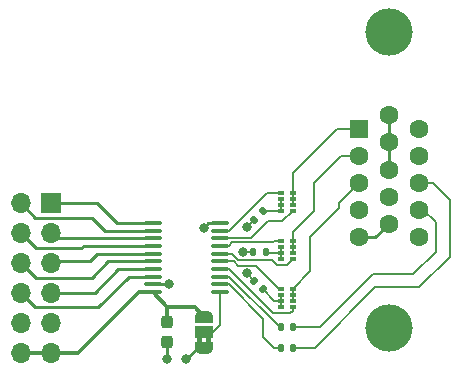
<source format=gbr>
%TF.GenerationSoftware,KiCad,Pcbnew,7.0.8*%
%TF.CreationDate,2023-10-08T11:25:24+02:00*%
%TF.ProjectId,tiny-vga,74696e79-2d76-4676-912e-6b696361645f,v1.0*%
%TF.SameCoordinates,Original*%
%TF.FileFunction,Copper,L1,Top*%
%TF.FilePolarity,Positive*%
%FSLAX46Y46*%
G04 Gerber Fmt 4.6, Leading zero omitted, Abs format (unit mm)*
G04 Created by KiCad (PCBNEW 7.0.8) date 2023-10-08 11:25:24*
%MOMM*%
%LPD*%
G01*
G04 APERTURE LIST*
G04 Aperture macros list*
%AMRoundRect*
0 Rectangle with rounded corners*
0 $1 Rounding radius*
0 $2 $3 $4 $5 $6 $7 $8 $9 X,Y pos of 4 corners*
0 Add a 4 corners polygon primitive as box body*
4,1,4,$2,$3,$4,$5,$6,$7,$8,$9,$2,$3,0*
0 Add four circle primitives for the rounded corners*
1,1,$1+$1,$2,$3*
1,1,$1+$1,$4,$5*
1,1,$1+$1,$6,$7*
1,1,$1+$1,$8,$9*
0 Add four rect primitives between the rounded corners*
20,1,$1+$1,$2,$3,$4,$5,0*
20,1,$1+$1,$4,$5,$6,$7,0*
20,1,$1+$1,$6,$7,$8,$9,0*
20,1,$1+$1,$8,$9,$2,$3,0*%
%AMFreePoly0*
4,1,19,0.550000,-0.750000,0.000000,-0.750000,0.000000,-0.744911,-0.071157,-0.744911,-0.207708,-0.704816,-0.327430,-0.627875,-0.420627,-0.520320,-0.479746,-0.390866,-0.500000,-0.250000,-0.500000,0.250000,-0.479746,0.390866,-0.420627,0.520320,-0.327430,0.627875,-0.207708,0.704816,-0.071157,0.744911,0.000000,0.744911,0.000000,0.750000,0.550000,0.750000,0.550000,-0.750000,0.550000,-0.750000,
$1*%
%AMFreePoly1*
4,1,19,0.000000,0.744911,0.071157,0.744911,0.207708,0.704816,0.327430,0.627875,0.420627,0.520320,0.479746,0.390866,0.500000,0.250000,0.500000,-0.250000,0.479746,-0.390866,0.420627,-0.520320,0.327430,-0.627875,0.207708,-0.704816,0.071157,-0.744911,0.000000,-0.744911,0.000000,-0.750000,-0.550000,-0.750000,-0.550000,0.750000,0.000000,0.750000,0.000000,0.744911,0.000000,0.744911,
$1*%
G04 Aperture macros list end*
%TA.AperFunction,SMDPad,CuDef*%
%ADD10RoundRect,0.135000X-0.035355X0.226274X-0.226274X0.035355X0.035355X-0.226274X0.226274X-0.035355X0*%
%TD*%
%TA.AperFunction,SMDPad,CuDef*%
%ADD11R,0.500000X0.400000*%
%TD*%
%TA.AperFunction,SMDPad,CuDef*%
%ADD12R,0.500000X0.300000*%
%TD*%
%TA.AperFunction,SMDPad,CuDef*%
%ADD13FreePoly0,90.000000*%
%TD*%
%TA.AperFunction,SMDPad,CuDef*%
%ADD14R,1.500000X1.000000*%
%TD*%
%TA.AperFunction,SMDPad,CuDef*%
%ADD15FreePoly1,90.000000*%
%TD*%
%TA.AperFunction,ComponentPad*%
%ADD16R,1.700000X1.700000*%
%TD*%
%TA.AperFunction,ComponentPad*%
%ADD17O,1.700000X1.700000*%
%TD*%
%TA.AperFunction,SMDPad,CuDef*%
%ADD18RoundRect,0.135000X0.135000X0.185000X-0.135000X0.185000X-0.135000X-0.185000X0.135000X-0.185000X0*%
%TD*%
%TA.AperFunction,ComponentPad*%
%ADD19C,4.000000*%
%TD*%
%TA.AperFunction,ComponentPad*%
%ADD20R,1.600000X1.600000*%
%TD*%
%TA.AperFunction,ComponentPad*%
%ADD21C,1.600000*%
%TD*%
%TA.AperFunction,SMDPad,CuDef*%
%ADD22RoundRect,0.135000X-0.135000X-0.185000X0.135000X-0.185000X0.135000X0.185000X-0.135000X0.185000X0*%
%TD*%
%TA.AperFunction,SMDPad,CuDef*%
%ADD23RoundRect,0.135000X0.226274X0.035355X0.035355X0.226274X-0.226274X-0.035355X-0.035355X-0.226274X0*%
%TD*%
%TA.AperFunction,SMDPad,CuDef*%
%ADD24RoundRect,0.100000X0.637500X0.100000X-0.637500X0.100000X-0.637500X-0.100000X0.637500X-0.100000X0*%
%TD*%
%TA.AperFunction,SMDPad,CuDef*%
%ADD25RoundRect,0.237500X-0.237500X0.300000X-0.237500X-0.300000X0.237500X-0.300000X0.237500X0.300000X0*%
%TD*%
%TA.AperFunction,ViaPad*%
%ADD26C,0.800000*%
%TD*%
%TA.AperFunction,Conductor*%
%ADD27C,0.150000*%
%TD*%
%TA.AperFunction,Conductor*%
%ADD28C,0.250000*%
%TD*%
%TA.AperFunction,Conductor*%
%ADD29C,0.350000*%
%TD*%
G04 APERTURE END LIST*
%TA.AperFunction,EtchedComponent*%
%TO.C,JP1*%
G36*
X145300000Y-91300000D02*
G01*
X144900000Y-91300000D01*
X144900000Y-90800000D01*
X145300000Y-90800000D01*
X145300000Y-91300000D01*
G37*
%TD.AperFunction*%
%TA.AperFunction,EtchedComponent*%
G36*
X146100000Y-91300000D02*
G01*
X145700000Y-91300000D01*
X145700000Y-90800000D01*
X146100000Y-90800000D01*
X146100000Y-91300000D01*
G37*
%TD.AperFunction*%
%TD*%
D10*
%TO.P,R1,1*%
%TO.N,Net-(RN1A-R1.2)*%
X150460624Y-80139376D03*
%TO.P,R1,2*%
%TO.N,GND*%
X149739376Y-80860624D03*
%TD*%
D11*
%TO.P,RN3,1,R1.1*%
%TO.N,B0*%
X153000000Y-88250000D03*
D12*
%TO.P,RN3,2,R2.1*%
%TO.N,AnalogB*%
X153000000Y-87750000D03*
%TO.P,RN3,3,R3.1*%
X153000000Y-87250000D03*
D11*
%TO.P,RN3,4,R4.1*%
X153000000Y-86750000D03*
%TO.P,RN3,5,R4.2*%
%TO.N,B1*%
X152000000Y-86750000D03*
D12*
%TO.P,RN3,6,R3.2*%
%TO.N,Net-(RN3A-R1.2)*%
X152000000Y-87250000D03*
%TO.P,RN3,7,R2.2*%
X152000000Y-87750000D03*
D11*
%TO.P,RN3,8,R1.2*%
X152000000Y-88250000D03*
%TD*%
D13*
%TO.P,JP1,1,A*%
%TO.N,GND*%
X145500000Y-91700000D03*
D14*
%TO.P,JP1,2,C*%
%TO.N,Net-(JP1-C)*%
X145500000Y-90400000D03*
D15*
%TO.P,JP1,3,B*%
%TO.N,+3.3V*%
X145500000Y-89100000D03*
%TD*%
D16*
%TO.P,J1,1,Pin_1*%
%TO.N,PMOD1*%
X132540000Y-79460000D03*
D17*
%TO.P,J1,2,Pin_2*%
%TO.N,PMOD2*%
X132540000Y-82000000D03*
%TO.P,J1,3,Pin_3*%
%TO.N,PMOD3*%
X132540000Y-84540000D03*
%TO.P,J1,4,Pin_4*%
%TO.N,PMOD4*%
X132540000Y-87080000D03*
%TO.P,J1,5,Pin_5*%
%TO.N,GND*%
X132540000Y-89620000D03*
%TO.P,J1,6,Pin_6*%
%TO.N,+3.3V*%
X132540000Y-92160000D03*
%TO.P,J1,7,Pin_7*%
%TO.N,PMOD5*%
X130000000Y-79460000D03*
%TO.P,J1,8,Pin_8*%
%TO.N,PMOD6*%
X130000000Y-82000000D03*
%TO.P,J1,9,Pin_9*%
%TO.N,PMOD7*%
X130000000Y-84540000D03*
%TO.P,J1,10,Pin_10*%
%TO.N,PMOD8*%
X130000000Y-87080000D03*
%TO.P,J1,11,Pin_11*%
%TO.N,GND*%
X130000000Y-89620000D03*
%TO.P,J1,12,Pin_12*%
%TO.N,+3.3V*%
X130000000Y-92160000D03*
%TD*%
D18*
%TO.P,R2,1*%
%TO.N,Net-(RN2A-R1.2)*%
X150700000Y-83600000D03*
%TO.P,R2,2*%
%TO.N,GND*%
X149680000Y-83600000D03*
%TD*%
D19*
%TO.P,J2,0*%
%TO.N,GND*%
X161120000Y-90015000D03*
X161120000Y-65015000D03*
D20*
%TO.P,J2,1*%
%TO.N,AnalogR*%
X158580000Y-73190000D03*
D21*
%TO.P,J2,2*%
%TO.N,AnalogG*%
X158580000Y-75480000D03*
%TO.P,J2,3*%
%TO.N,AnalogB*%
X158580000Y-77770000D03*
%TO.P,J2,4*%
%TO.N,unconnected-(J2-Pad4)*%
X158580000Y-80060000D03*
%TO.P,J2,5*%
%TO.N,GND*%
X158580000Y-82350000D03*
%TO.P,J2,6*%
X161120000Y-72045000D03*
%TO.P,J2,7*%
X161120000Y-74335000D03*
%TO.P,J2,8*%
X161120000Y-76625000D03*
%TO.P,J2,9*%
%TO.N,unconnected-(J2-Pad9)*%
X161120000Y-78915000D03*
%TO.P,J2,10*%
%TO.N,GND*%
X161120000Y-81205000D03*
%TO.P,J2,11*%
%TO.N,unconnected-(J2-Pad11)*%
X163660000Y-73190000D03*
%TO.P,J2,12*%
%TO.N,unconnected-(J2-Pad12)*%
X163660000Y-75480000D03*
%TO.P,J2,13*%
%TO.N,Net-(J2-Pad13)*%
X163660000Y-77770000D03*
%TO.P,J2,14*%
%TO.N,Net-(J2-Pad14)*%
X163660000Y-80060000D03*
%TO.P,J2,15*%
%TO.N,unconnected-(J2-Pad15)*%
X163660000Y-82350000D03*
%TD*%
D22*
%TO.P,R4,1*%
%TO.N,Hsync*%
X151990000Y-91700000D03*
%TO.P,R4,2*%
%TO.N,Net-(J2-Pad13)*%
X153010000Y-91700000D03*
%TD*%
%TO.P,R5,1*%
%TO.N,Vsync*%
X151990000Y-90000000D03*
%TO.P,R5,2*%
%TO.N,Net-(J2-Pad14)*%
X153010000Y-90000000D03*
%TD*%
D11*
%TO.P,RN1,1,R1.1*%
%TO.N,R0*%
X153000000Y-80100000D03*
D12*
%TO.P,RN1,2,R2.1*%
%TO.N,AnalogR*%
X153000000Y-79600000D03*
%TO.P,RN1,3,R3.1*%
X153000000Y-79100000D03*
D11*
%TO.P,RN1,4,R4.1*%
X153000000Y-78600000D03*
%TO.P,RN1,5,R4.2*%
%TO.N,R1*%
X152000000Y-78600000D03*
D12*
%TO.P,RN1,6,R3.2*%
%TO.N,Net-(RN1A-R1.2)*%
X152000000Y-79100000D03*
%TO.P,RN1,7,R2.2*%
X152000000Y-79600000D03*
D11*
%TO.P,RN1,8,R1.2*%
X152000000Y-80100000D03*
%TD*%
D23*
%TO.P,R3,1*%
%TO.N,Net-(RN3A-R1.2)*%
X150460624Y-86760624D03*
%TO.P,R3,2*%
%TO.N,GND*%
X149739376Y-86039376D03*
%TD*%
D11*
%TO.P,RN2,1,R1.1*%
%TO.N,G0*%
X153000000Y-84200000D03*
D12*
%TO.P,RN2,2,R2.1*%
%TO.N,AnalogG*%
X153000000Y-83700000D03*
%TO.P,RN2,3,R3.1*%
X153000000Y-83200000D03*
D11*
%TO.P,RN2,4,R4.1*%
X153000000Y-82700000D03*
%TO.P,RN2,5,R4.2*%
%TO.N,G1*%
X152000000Y-82700000D03*
D12*
%TO.P,RN2,6,R3.2*%
%TO.N,Net-(RN2A-R1.2)*%
X152000000Y-83200000D03*
%TO.P,RN2,7,R2.2*%
X152000000Y-83700000D03*
D11*
%TO.P,RN2,8,R1.2*%
X152000000Y-84200000D03*
%TD*%
D24*
%TO.P,U1,1,DIR*%
%TO.N,Net-(JP1-C)*%
X146862500Y-87000000D03*
%TO.P,U1,2,A1*%
%TO.N,Hsync*%
X146862500Y-86350000D03*
%TO.P,U1,3,A2*%
%TO.N,Vsync*%
X146862500Y-85700000D03*
%TO.P,U1,4,A3*%
%TO.N,B0*%
X146862500Y-85050000D03*
%TO.P,U1,5,A4*%
%TO.N,B1*%
X146862500Y-84400000D03*
%TO.P,U1,6,A5*%
%TO.N,G0*%
X146862500Y-83750000D03*
%TO.P,U1,7,A6*%
%TO.N,G1*%
X146862500Y-83100000D03*
%TO.P,U1,8,A7*%
%TO.N,R0*%
X146862500Y-82450000D03*
%TO.P,U1,9,A8*%
%TO.N,R1*%
X146862500Y-81800000D03*
%TO.P,U1,10,GND*%
%TO.N,GND*%
X146862500Y-81150000D03*
%TO.P,U1,11,B8*%
%TO.N,PMOD1*%
X141137500Y-81150000D03*
%TO.P,U1,12,B7*%
%TO.N,PMOD5*%
X141137500Y-81800000D03*
%TO.P,U1,13,B6*%
%TO.N,PMOD2*%
X141137500Y-82450000D03*
%TO.P,U1,14,B5*%
%TO.N,PMOD6*%
X141137500Y-83100000D03*
%TO.P,U1,15,B4*%
%TO.N,PMOD3*%
X141137500Y-83750000D03*
%TO.P,U1,16,B3*%
%TO.N,PMOD7*%
X141137500Y-84400000D03*
%TO.P,U1,17,B2*%
%TO.N,PMOD4*%
X141137500Y-85050000D03*
%TO.P,U1,18,B1*%
%TO.N,PMOD8*%
X141137500Y-85700000D03*
%TO.P,U1,19,~{OE}*%
%TO.N,GND*%
X141137500Y-86350000D03*
%TO.P,U1,20,Vcc*%
%TO.N,+3.3V*%
X141137500Y-87000000D03*
%TD*%
D25*
%TO.P,C1,1*%
%TO.N,+3.3V*%
X142400000Y-89537500D03*
%TO.P,C1,2*%
%TO.N,GND*%
X142400000Y-91262500D03*
%TD*%
D26*
%TO.N,GND*%
X142500000Y-86350000D03*
X144000000Y-92700000D03*
X149100000Y-81500000D03*
X142400000Y-92700000D03*
X148800000Y-83600000D03*
X149100000Y-85401500D03*
X145450000Y-81550000D03*
%TD*%
D27*
%TO.N,GND*%
X149100000Y-85401500D02*
X149101500Y-85401500D01*
X149101500Y-85401500D02*
X149739376Y-86039376D01*
X149739376Y-80860624D02*
X149100000Y-81500000D01*
X148800000Y-83600000D02*
X149680000Y-83600000D01*
D28*
X145450000Y-81550000D02*
X145850000Y-81150000D01*
X145850000Y-81150000D02*
X146862500Y-81150000D01*
X142500000Y-86350000D02*
X141137500Y-86350000D01*
X161120000Y-72045000D02*
X161120000Y-74335000D01*
X161120000Y-74335000D02*
X161120000Y-76625000D01*
X158580000Y-82350000D02*
X159975000Y-82350000D01*
X159975000Y-82350000D02*
X161120000Y-81205000D01*
X145000000Y-91700000D02*
X144000000Y-92700000D01*
X142400000Y-91262500D02*
X142400000Y-92700000D01*
X145500000Y-91700000D02*
X145000000Y-91700000D01*
D27*
%TO.N,R0*%
X146862500Y-82450000D02*
X149450000Y-82450000D01*
X149450000Y-82450000D02*
X150900000Y-81000000D01*
X150900000Y-81000000D02*
X152100000Y-81000000D01*
X152100000Y-81000000D02*
X153000000Y-80100000D01*
%TO.N,R1*%
X150800000Y-78600000D02*
X152000000Y-78600000D01*
X147600000Y-81800000D02*
X150800000Y-78600000D01*
X146862500Y-81800000D02*
X147600000Y-81800000D01*
D29*
%TO.N,+3.3V*%
X144700000Y-88300000D02*
X145500000Y-89100000D01*
X142400000Y-88262500D02*
X142437500Y-88300000D01*
X134840000Y-92160000D02*
X140000000Y-87000000D01*
X140000000Y-87000000D02*
X141137500Y-87000000D01*
X141137500Y-87000000D02*
X142400000Y-88262500D01*
X142437500Y-88300000D02*
X144700000Y-88300000D01*
X142400000Y-88262500D02*
X142400000Y-89537500D01*
X132540000Y-92160000D02*
X134840000Y-92160000D01*
X130000000Y-92160000D02*
X132540000Y-92160000D01*
D27*
%TO.N,Net-(JP1-C)*%
X146862500Y-89787500D02*
X146250000Y-90400000D01*
X146862500Y-87000000D02*
X146862500Y-89787500D01*
X146250000Y-90400000D02*
X145500000Y-90400000D01*
%TO.N,AnalogR*%
X153000000Y-78600000D02*
X153000000Y-76900000D01*
X156710000Y-73190000D02*
X158580000Y-73190000D01*
X153000000Y-76900000D02*
X156710000Y-73190000D01*
X153000000Y-79100000D02*
X153000000Y-78600000D01*
X153000000Y-79600000D02*
X153000000Y-79100000D01*
%TO.N,Hsync*%
X147600000Y-86350000D02*
X150500000Y-89250000D01*
X150500000Y-90800000D02*
X151400000Y-91700000D01*
X146862500Y-86350000D02*
X147600000Y-86350000D01*
X150500000Y-89250000D02*
X150500000Y-90800000D01*
X151400000Y-91700000D02*
X151990000Y-91700000D01*
%TO.N,G0*%
X152525000Y-84675000D02*
X153000000Y-84200000D01*
X146862500Y-83750000D02*
X147850000Y-83750000D01*
X151636090Y-84675000D02*
X152525000Y-84675000D01*
X151261090Y-84300000D02*
X151636090Y-84675000D01*
X148400000Y-84300000D02*
X151261090Y-84300000D01*
X147850000Y-83750000D02*
X148400000Y-84300000D01*
%TO.N,AnalogG*%
X153000000Y-83200000D02*
X153000000Y-82700000D01*
X153000000Y-83700000D02*
X153000000Y-83200000D01*
X157120000Y-75480000D02*
X158580000Y-75480000D01*
X154800000Y-77800000D02*
X157120000Y-75480000D01*
X153000000Y-81900000D02*
X154800000Y-80100000D01*
X154800000Y-80100000D02*
X154800000Y-77800000D01*
X153000000Y-82700000D02*
X153000000Y-81900000D01*
%TO.N,G1*%
X146862500Y-83100000D02*
X147600000Y-83100000D01*
X151300000Y-82800000D02*
X151400000Y-82700000D01*
X147900000Y-82800000D02*
X151300000Y-82800000D01*
X151400000Y-82700000D02*
X152000000Y-82700000D01*
X147600000Y-83100000D02*
X147900000Y-82800000D01*
%TO.N,B0*%
X146862500Y-85050000D02*
X147600000Y-85050000D01*
X151350000Y-88800000D02*
X152800000Y-88800000D01*
X153000000Y-88600000D02*
X153000000Y-88250000D01*
X147600000Y-85050000D02*
X151350000Y-88800000D01*
X152800000Y-88800000D02*
X153000000Y-88600000D01*
%TO.N,AnalogB*%
X156927669Y-79422331D02*
X158580000Y-77770000D01*
X153000000Y-87750000D02*
X153000000Y-87250000D01*
X153000000Y-86750000D02*
X154500000Y-85250000D01*
X154500000Y-82329669D02*
X156927669Y-79902000D01*
X153000000Y-86750000D02*
X153000000Y-87250000D01*
X154500000Y-85250000D02*
X154500000Y-82329669D01*
X156927669Y-79902000D02*
X156927669Y-79422331D01*
%TO.N,B1*%
X149900000Y-84800000D02*
X151850000Y-86750000D01*
X151850000Y-86750000D02*
X152000000Y-86750000D01*
X148005026Y-84400000D02*
X148405026Y-84800000D01*
X146862500Y-84400000D02*
X148005026Y-84400000D01*
X148405026Y-84800000D02*
X149900000Y-84800000D01*
%TO.N,Vsync*%
X151900000Y-90000000D02*
X151990000Y-90000000D01*
X147600000Y-85700000D02*
X151900000Y-90000000D01*
X146862500Y-85700000D02*
X147600000Y-85700000D01*
D28*
%TO.N,PMOD1*%
X136460000Y-79460000D02*
X138150000Y-81150000D01*
X132540000Y-79460000D02*
X136460000Y-79460000D01*
X138150000Y-81150000D02*
X141137500Y-81150000D01*
%TO.N,PMOD2*%
X132540000Y-82000000D02*
X132990000Y-82450000D01*
X132990000Y-82450000D02*
X141137500Y-82450000D01*
%TO.N,PMOD3*%
X132540000Y-84540000D02*
X132680000Y-84400000D01*
X135800000Y-84400000D02*
X136450000Y-83750000D01*
X136450000Y-83750000D02*
X141137500Y-83750000D01*
X132680000Y-84400000D02*
X135800000Y-84400000D01*
%TO.N,PMOD4*%
X138250000Y-85050000D02*
X141137500Y-85050000D01*
X136220000Y-87080000D02*
X138250000Y-85050000D01*
X132540000Y-87080000D02*
X136220000Y-87080000D01*
%TO.N,PMOD5*%
X136000000Y-80700000D02*
X137100000Y-81800000D01*
X137100000Y-81800000D02*
X141137500Y-81800000D01*
X130000000Y-79500000D02*
X131200000Y-80700000D01*
X130000000Y-79460000D02*
X130000000Y-79500000D01*
X131200000Y-80700000D02*
X136000000Y-80700000D01*
%TO.N,PMOD6*%
X130000000Y-82000000D02*
X131300000Y-83300000D01*
X131300000Y-83300000D02*
X135100000Y-83300000D01*
X135100000Y-83300000D02*
X135300000Y-83100000D01*
X135300000Y-83100000D02*
X141137500Y-83100000D01*
%TO.N,PMOD7*%
X131260000Y-85800000D02*
X136000000Y-85800000D01*
X136000000Y-85800000D02*
X137400000Y-84400000D01*
X137400000Y-84400000D02*
X141137500Y-84400000D01*
X130000000Y-84540000D02*
X131260000Y-85800000D01*
%TO.N,PMOD8*%
X131220000Y-88300000D02*
X136500000Y-88300000D01*
X136500000Y-88300000D02*
X139100000Y-85700000D01*
X130000000Y-87080000D02*
X131220000Y-88300000D01*
X139100000Y-85700000D02*
X141137500Y-85700000D01*
D27*
%TO.N,Net-(RN1A-R1.2)*%
X152000000Y-80100000D02*
X150500000Y-80100000D01*
X152000000Y-79600000D02*
X152000000Y-80100000D01*
X152000000Y-79100000D02*
X152000000Y-79600000D01*
X150500000Y-80100000D02*
X150460624Y-80139376D01*
%TO.N,Net-(RN2A-R1.2)*%
X152000000Y-84200000D02*
X152000000Y-83700000D01*
X150800000Y-83700000D02*
X150700000Y-83600000D01*
X152000000Y-83700000D02*
X150800000Y-83700000D01*
X152000000Y-83200000D02*
X152000000Y-83700000D01*
%TO.N,Net-(RN3A-R1.2)*%
X150460624Y-86760624D02*
X151450000Y-87750000D01*
X152000000Y-88250000D02*
X152000000Y-87750000D01*
X151450000Y-87750000D02*
X152000000Y-87750000D01*
X152000000Y-87250000D02*
X152000000Y-87750000D01*
%TO.N,Net-(J2-Pad13)*%
X160000000Y-86600000D02*
X163700000Y-86600000D01*
X163700000Y-86600000D02*
X166300000Y-84000000D01*
X154900000Y-91700000D02*
X160000000Y-86600000D01*
X166300000Y-79200000D02*
X164870000Y-77770000D01*
X166300000Y-84000000D02*
X166300000Y-79200000D01*
X153010000Y-91700000D02*
X154900000Y-91700000D01*
X164870000Y-77770000D02*
X163660000Y-77770000D01*
%TO.N,Net-(J2-Pad14)*%
X155300000Y-90000000D02*
X159800000Y-85500000D01*
X164060000Y-80060000D02*
X163660000Y-80060000D01*
X163200000Y-85500000D02*
X165100000Y-83600000D01*
X153010000Y-90000000D02*
X155300000Y-90000000D01*
X165100000Y-83600000D02*
X165100000Y-81100000D01*
X165100000Y-81100000D02*
X164060000Y-80060000D01*
X159800000Y-85500000D02*
X163200000Y-85500000D01*
%TD*%
M02*

</source>
